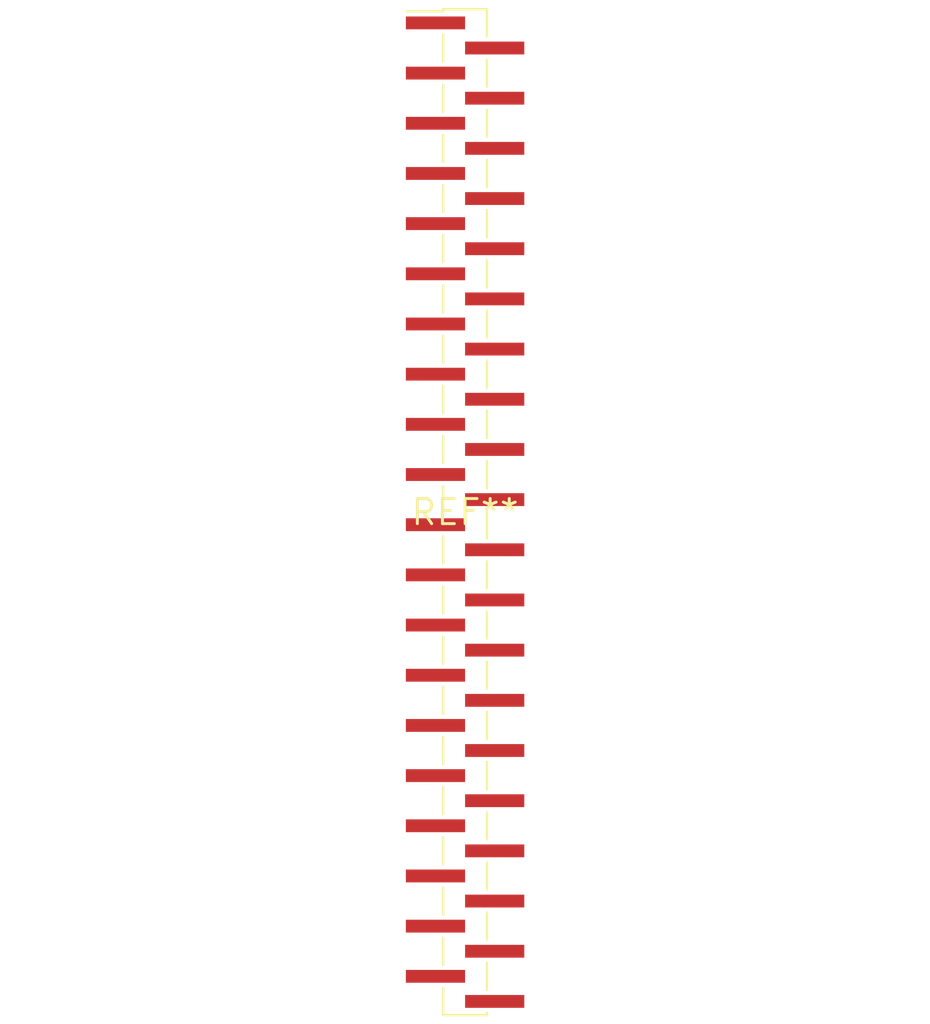
<source format=kicad_pcb>
(kicad_pcb (version 20240108) (generator pcbnew)
  (layers (0 "F.Cu" signal) (31 "B.Cu" signal) (34 "B.Paste" user) (35 "F.Paste" user) (36 "B.SilkS" user "B.Silkscreen") (37 "F.SilkS" user "F.Silkscreen") (38 "B.Mask" user) (39 "F.Mask" user) (44 "Edge.Cuts" user))
  (net 0 "")
  (footprint "PinHeader_1x40_P1.27mm_Vertical_SMD_Pin1Left" (layer "F.Cu") (at 0 0)
    (property "Reference" "REF**")
    (property "Value" "PinHeader_1x40_P1.27mm_Vertical_SMD_Pin1Left")
    (fp_line (start -1.11 -25.46) (end -1.11 -25.35) (layer "F.SilkS") (stroke (width 0.12)))
    (fp_line (start -1.11 -25.46) (end 1.11 -25.46) (layer "F.SilkS") (stroke (width 0.12)))
    (fp_line (start -1.11 -25.35) (end -2.94 -25.35) (layer "F.SilkS") (stroke (width 0.12)))
    (fp_line (start -1.11 -24.18) (end -1.11 -22.81) (layer "F.SilkS") (stroke (width 0.12)))
    (fp_line (start -1.11 -21.64) (end -1.11 -20.27) (layer "F.SilkS") (stroke (width 0.12)))
    (fp_line (start -1.11 -19.1) (end -1.11 -17.73) (layer "F.SilkS") (stroke (width 0.12)))
    (fp_line (start -1.11 -16.56) (end -1.11 -15.19) (layer "F.SilkS") (stroke (width 0.12)))
    (fp_line (start -1.11 -14.02) (end -1.11 -12.65) (layer "F.SilkS") (stroke (width 0.12)))
    (fp_line (start -1.11 -11.48) (end -1.11 -10.11) (layer "F.SilkS") (stroke (width 0.12)))
    (fp_line (start -1.11 -8.94) (end -1.11 -7.57) (layer "F.SilkS") (stroke (width 0.12)))
    (fp_line (start -1.11 -6.4) (end -1.11 -5.03) (layer "F.SilkS") (stroke (width 0.12)))
    (fp_line (start -1.11 -3.86) (end -1.11 -2.49) (layer "F.SilkS") (stroke (width 0.12)))
    (fp_line (start -1.11 -1.32) (end -1.11 0.05) (layer "F.SilkS") (stroke (width 0.12)))
    (fp_line (start -1.11 1.22) (end -1.11 2.59) (layer "F.SilkS") (stroke (width 0.12)))
    (fp_line (start -1.11 3.76) (end -1.11 5.13) (layer "F.SilkS") (stroke (width 0.12)))
    (fp_line (start -1.11 6.3) (end -1.11 7.67) (layer "F.SilkS") (stroke (width 0.12)))
    (fp_line (start -1.11 8.84) (end -1.11 10.21) (layer "F.SilkS") (stroke (width 0.12)))
    (fp_line (start -1.11 11.38) (end -1.11 12.75) (layer "F.SilkS") (stroke (width 0.12)))
    (fp_line (start -1.11 13.92) (end -1.11 15.29) (layer "F.SilkS") (stroke (width 0.12)))
    (fp_line (start -1.11 16.46) (end -1.11 17.83) (layer "F.SilkS") (stroke (width 0.12)))
    (fp_line (start -1.11 19) (end -1.11 20.37) (layer "F.SilkS") (stroke (width 0.12)))
    (fp_line (start -1.11 21.54) (end -1.11 22.91) (layer "F.SilkS") (stroke (width 0.12)))
    (fp_line (start -1.11 24.08) (end -1.11 25.45) (layer "F.SilkS") (stroke (width 0.12)))
    (fp_line (start -1.11 25.46) (end 1.11 25.46) (layer "F.SilkS") (stroke (width 0.12)))
    (fp_line (start 1.11 -25.45) (end 1.11 -24.08) (layer "F.SilkS") (stroke (width 0.12)))
    (fp_line (start 1.11 -22.91) (end 1.11 -21.54) (layer "F.SilkS") (stroke (width 0.12)))
    (fp_line (start 1.11 -20.37) (end 1.11 -19) (layer "F.SilkS") (stroke (width 0.12)))
    (fp_line (start 1.11 -17.83) (end 1.11 -16.46) (layer "F.SilkS") (stroke (width 0.12)))
    (fp_line (start 1.11 -15.29) (end 1.11 -13.92) (layer "F.SilkS") (stroke (width 0.12)))
    (fp_line (start 1.11 -12.75) (end 1.11 -11.38) (layer "F.SilkS") (stroke (width 0.12)))
    (fp_line (start 1.11 -10.21) (end 1.11 -8.84) (layer "F.SilkS") (stroke (width 0.12)))
    (fp_line (start 1.11 -7.67) (end 1.11 -6.3) (layer "F.SilkS") (stroke (width 0.12)))
    (fp_line (start 1.11 -5.13) (end 1.11 -3.76) (layer "F.SilkS") (stroke (width 0.12)))
    (fp_line (start 1.11 -2.59) (end 1.11 -1.22) (layer "F.SilkS") (stroke (width 0.12)))
    (fp_line (start 1.11 -0.05) (end 1.11 1.32) (layer "F.SilkS") (stroke (width 0.12)))
    (fp_line (start 1.11 2.49) (end 1.11 3.86) (layer "F.SilkS") (stroke (width 0.12)))
    (fp_line (start 1.11 5.03) (end 1.11 6.4) (layer "F.SilkS") (stroke (width 0.12)))
    (fp_line (start 1.11 7.57) (end 1.11 8.94) (layer "F.SilkS") (stroke (width 0.12)))
    (fp_line (start 1.11 10.11) (end 1.11 11.48) (layer "F.SilkS") (stroke (width 0.12)))
    (fp_line (start 1.11 12.65) (end 1.11 14.02) (layer "F.SilkS") (stroke (width 0.12)))
    (fp_line (start 1.11 15.19) (end 1.11 16.56) (layer "F.SilkS") (stroke (width 0.12)))
    (fp_line (start 1.11 17.73) (end 1.11 19.1) (layer "F.SilkS") (stroke (width 0.12)))
    (fp_line (start 1.11 20.27) (end 1.11 21.64) (layer "F.SilkS") (stroke (width 0.12)))
    (fp_line (start 1.11 22.81) (end 1.11 24.18) (layer "F.SilkS") (stroke (width 0.12)))
    (fp_line (start 1.11 25.35) (end 1.11 25.46) (layer "F.SilkS") (stroke (width 0.12)))
    (pad "1" smd rect (at -1.5 -24.765) (size 3 0.65) (layers "F.Cu" "F.Paste" "F.Mask"))
    (pad "2" smd rect (at 1.5 -23.495) (size 3 0.65) (layers "F.Cu" "F.Paste" "F.Mask"))
    (pad "3" smd rect (at -1.5 -22.225) (size 3 0.65) (layers "F.Cu" "F.Paste" "F.Mask"))
    (pad "4" smd rect (at 1.5 -20.955) (size 3 0.65) (layers "F.Cu" "F.Paste" "F.Mask"))
    (pad "5" smd rect (at -1.5 -19.685) (size 3 0.65) (layers "F.Cu" "F.Paste" "F.Mask"))
    (pad "6" smd rect (at 1.5 -18.415) (size 3 0.65) (layers "F.Cu" "F.Paste" "F.Mask"))
    (pad "7" smd rect (at -1.5 -17.145) (size 3 0.65) (layers "F.Cu" "F.Paste" "F.Mask"))
    (pad "8" smd rect (at 1.5 -15.875) (size 3 0.65) (layers "F.Cu" "F.Paste" "F.Mask"))
    (pad "9" smd rect (at -1.5 -14.605) (size 3 0.65) (layers "F.Cu" "F.Paste" "F.Mask"))
    (pad "10" smd rect (at 1.5 -13.335) (size 3 0.65) (layers "F.Cu" "F.Paste" "F.Mask"))
    (pad "11" smd rect (at -1.5 -12.065) (size 3 0.65) (layers "F.Cu" "F.Paste" "F.Mask"))
    (pad "12" smd rect (at 1.5 -10.795) (size 3 0.65) (layers "F.Cu" "F.Paste" "F.Mask"))
    (pad "13" smd rect (at -1.5 -9.525) (size 3 0.65) (layers "F.Cu" "F.Paste" "F.Mask"))
    (pad "14" smd rect (at 1.5 -8.255) (size 3 0.65) (layers "F.Cu" "F.Paste" "F.Mask"))
    (pad "15" smd rect (at -1.5 -6.985) (size 3 0.65) (layers "F.Cu" "F.Paste" "F.Mask"))
    (pad "16" smd rect (at 1.5 -5.715) (size 3 0.65) (layers "F.Cu" "F.Paste" "F.Mask"))
    (pad "17" smd rect (at -1.5 -4.445) (size 3 0.65) (layers "F.Cu" "F.Paste" "F.Mask"))
    (pad "18" smd rect (at 1.5 -3.175) (size 3 0.65) (layers "F.Cu" "F.Paste" "F.Mask"))
    (pad "19" smd rect (at -1.5 -1.905) (size 3 0.65) (layers "F.Cu" "F.Paste" "F.Mask"))
    (pad "20" smd rect (at 1.5 -0.635) (size 3 0.65) (layers "F.Cu" "F.Paste" "F.Mask"))
    (pad "21" smd rect (at -1.5 0.635) (size 3 0.65) (layers "F.Cu" "F.Paste" "F.Mask"))
    (pad "22" smd rect (at 1.5 1.905) (size 3 0.65) (layers "F.Cu" "F.Paste" "F.Mask"))
    (pad "23" smd rect (at -1.5 3.175) (size 3 0.65) (layers "F.Cu" "F.Paste" "F.Mask"))
    (pad "24" smd rect (at 1.5 4.445) (size 3 0.65) (layers "F.Cu" "F.Paste" "F.Mask"))
    (pad "25" smd rect (at -1.5 5.715) (size 3 0.65) (layers "F.Cu" "F.Paste" "F.Mask"))
    (pad "26" smd rect (at 1.5 6.985) (size 3 0.65) (layers "F.Cu" "F.Paste" "F.Mask"))
    (pad "27" smd rect (at -1.5 8.255) (size 3 0.65) (layers "F.Cu" "F.Paste" "F.Mask"))
    (pad "28" smd rect (at 1.5 9.525) (size 3 0.65) (layers "F.Cu" "F.Paste" "F.Mask"))
    (pad "29" smd rect (at -1.5 10.795) (size 3 0.65) (layers "F.Cu" "F.Paste" "F.Mask"))
    (pad "30" smd rect (at 1.5 12.065) (size 3 0.65) (layers "F.Cu" "F.Paste" "F.Mask"))
    (pad "31" smd rect (at -1.5 13.335) (size 3 0.65) (layers "F.Cu" "F.Paste" "F.Mask"))
    (pad "32" smd rect (at 1.5 14.605) (size 3 0.65) (layers "F.Cu" "F.Paste" "F.Mask"))
    (pad "33" smd rect (at -1.5 15.875) (size 3 0.65) (layers "F.Cu" "F.Paste" "F.Mask"))
    (pad "34" smd rect (at 1.5 17.145) (size 3 0.65) (layers "F.Cu" "F.Paste" "F.Mask"))
    (pad "35" smd rect (at -1.5 18.415) (size 3 0.65) (layers "F.Cu" "F.Paste" "F.Mask"))
    (pad "36" smd rect (at 1.5 19.685) (size 3 0.65) (layers "F.Cu" "F.Paste" "F.Mask"))
    (pad "37" smd rect (at -1.5 20.955) (size 3 0.65) (layers "F.Cu" "F.Paste" "F.Mask"))
    (pad "38" smd rect (at 1.5 22.225) (size 3 0.65) (layers "F.Cu" "F.Paste" "F.Mask"))
    (pad "39" smd rect (at -1.5 23.495) (size 3 0.65) (layers "F.Cu" "F.Paste" "F.Mask"))
    (pad "40" smd rect (at 1.5 24.765) (size 3 0.65) (layers "F.Cu" "F.Paste" "F.Mask"))
  )
)
</source>
